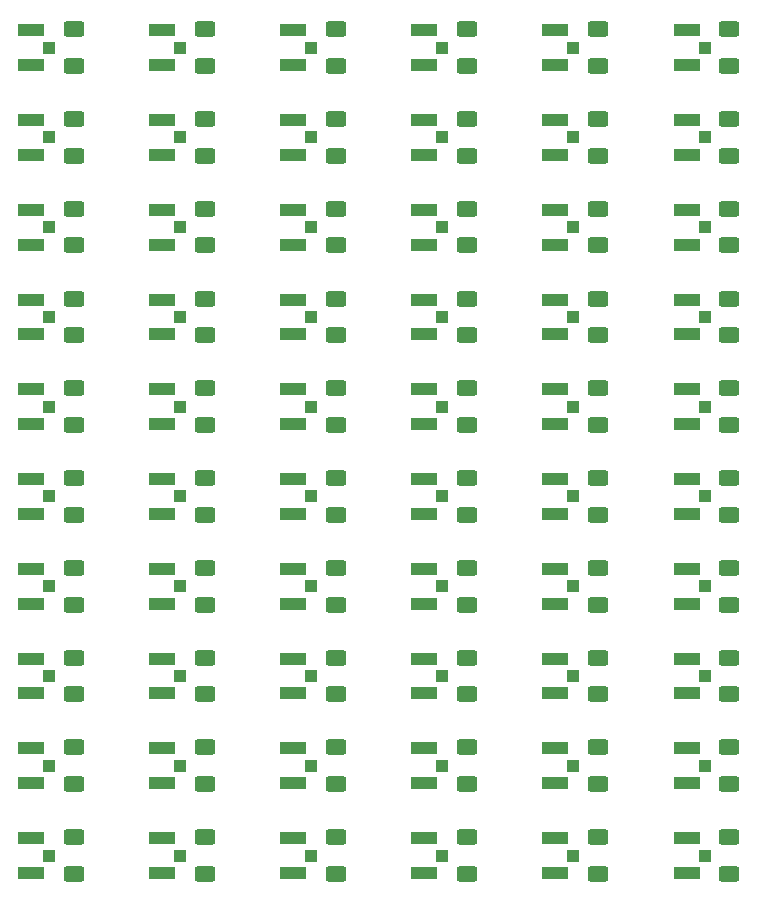
<source format=gbr>
%TF.GenerationSoftware,KiCad,Pcbnew,6.0.10-86aedd382b~118~ubuntu20.04.1*%
%TF.CreationDate,2023-01-07T17:55:22-08:00*%
%TF.ProjectId,coil_terminator_panelized,636f696c-5f74-4657-926d-696e61746f72,rev?*%
%TF.SameCoordinates,Original*%
%TF.FileFunction,Paste,Top*%
%TF.FilePolarity,Positive*%
%FSLAX46Y46*%
G04 Gerber Fmt 4.6, Leading zero omitted, Abs format (unit mm)*
G04 Created by KiCad (PCBNEW 6.0.10-86aedd382b~118~ubuntu20.04.1) date 2023-01-07 17:55:22*
%MOMM*%
%LPD*%
G01*
G04 APERTURE LIST*
G04 Aperture macros list*
%AMRoundRect*
0 Rectangle with rounded corners*
0 $1 Rounding radius*
0 $2 $3 $4 $5 $6 $7 $8 $9 X,Y pos of 4 corners*
0 Add a 4 corners polygon primitive as box body*
4,1,4,$2,$3,$4,$5,$6,$7,$8,$9,$2,$3,0*
0 Add four circle primitives for the rounded corners*
1,1,$1+$1,$2,$3*
1,1,$1+$1,$4,$5*
1,1,$1+$1,$6,$7*
1,1,$1+$1,$8,$9*
0 Add four rect primitives between the rounded corners*
20,1,$1+$1,$2,$3,$4,$5,0*
20,1,$1+$1,$4,$5,$6,$7,0*
20,1,$1+$1,$6,$7,$8,$9,0*
20,1,$1+$1,$8,$9,$2,$3,0*%
G04 Aperture macros list end*
%ADD10RoundRect,0.250000X-0.625000X0.400000X-0.625000X-0.400000X0.625000X-0.400000X0.625000X0.400000X0*%
%ADD11R,1.050000X1.000000*%
%ADD12R,2.200000X1.050000*%
G04 APERTURE END LIST*
D10*
%TO.C,R1*%
X113750000Y-109450000D03*
X113750000Y-112550000D03*
%TD*%
%TO.C,R1*%
X113750000Y-117050000D03*
X113750000Y-120150000D03*
%TD*%
%TO.C,R1*%
X113750000Y-124650000D03*
X113750000Y-127750000D03*
%TD*%
%TO.C,R1*%
X113750000Y-132250000D03*
X113750000Y-135350000D03*
%TD*%
%TO.C,R1*%
X113750000Y-139850000D03*
X113750000Y-142950000D03*
%TD*%
%TO.C,R1*%
X113750000Y-147450000D03*
X113750000Y-150550000D03*
%TD*%
%TO.C,R1*%
X113750000Y-155050000D03*
X113750000Y-158150000D03*
%TD*%
%TO.C,R1*%
X113750000Y-162650000D03*
X113750000Y-165750000D03*
%TD*%
%TO.C,R1*%
X113750000Y-170250000D03*
X113750000Y-173350000D03*
%TD*%
%TO.C,R1*%
X113750000Y-177850000D03*
X113750000Y-180950000D03*
%TD*%
%TO.C,R1*%
X124850000Y-109450000D03*
X124850000Y-112550000D03*
%TD*%
%TO.C,R1*%
X124850000Y-117050000D03*
X124850000Y-120150000D03*
%TD*%
%TO.C,R1*%
X124850000Y-124650000D03*
X124850000Y-127750000D03*
%TD*%
%TO.C,R1*%
X124850000Y-132250000D03*
X124850000Y-135350000D03*
%TD*%
%TO.C,R1*%
X124850000Y-139850000D03*
X124850000Y-142950000D03*
%TD*%
%TO.C,R1*%
X124850000Y-147450000D03*
X124850000Y-150550000D03*
%TD*%
%TO.C,R1*%
X124850000Y-155050000D03*
X124850000Y-158150000D03*
%TD*%
%TO.C,R1*%
X124850000Y-162650000D03*
X124850000Y-165750000D03*
%TD*%
%TO.C,R1*%
X124850000Y-170250000D03*
X124850000Y-173350000D03*
%TD*%
%TO.C,R1*%
X124850000Y-177850000D03*
X124850000Y-180950000D03*
%TD*%
%TO.C,R1*%
X135950000Y-109450000D03*
X135950000Y-112550000D03*
%TD*%
%TO.C,R1*%
X135950000Y-117050000D03*
X135950000Y-120150000D03*
%TD*%
%TO.C,R1*%
X135950000Y-124650000D03*
X135950000Y-127750000D03*
%TD*%
%TO.C,R1*%
X135950000Y-132250000D03*
X135950000Y-135350000D03*
%TD*%
%TO.C,R1*%
X135950000Y-139850000D03*
X135950000Y-142950000D03*
%TD*%
%TO.C,R1*%
X135950000Y-147450000D03*
X135950000Y-150550000D03*
%TD*%
%TO.C,R1*%
X135950000Y-155050000D03*
X135950000Y-158150000D03*
%TD*%
%TO.C,R1*%
X135950000Y-162650000D03*
X135950000Y-165750000D03*
%TD*%
%TO.C,R1*%
X135950000Y-170250000D03*
X135950000Y-173350000D03*
%TD*%
%TO.C,R1*%
X135950000Y-177850000D03*
X135950000Y-180950000D03*
%TD*%
%TO.C,R1*%
X147050000Y-109450000D03*
X147050000Y-112550000D03*
%TD*%
%TO.C,R1*%
X147050000Y-117050000D03*
X147050000Y-120150000D03*
%TD*%
%TO.C,R1*%
X147050000Y-124650000D03*
X147050000Y-127750000D03*
%TD*%
%TO.C,R1*%
X147050000Y-132250000D03*
X147050000Y-135350000D03*
%TD*%
%TO.C,R1*%
X147050000Y-139850000D03*
X147050000Y-142950000D03*
%TD*%
%TO.C,R1*%
X147050000Y-147450000D03*
X147050000Y-150550000D03*
%TD*%
%TO.C,R1*%
X147050000Y-155050000D03*
X147050000Y-158150000D03*
%TD*%
%TO.C,R1*%
X147050000Y-162650000D03*
X147050000Y-165750000D03*
%TD*%
%TO.C,R1*%
X147050000Y-170250000D03*
X147050000Y-173350000D03*
%TD*%
%TO.C,R1*%
X147050000Y-177850000D03*
X147050000Y-180950000D03*
%TD*%
%TO.C,R1*%
X158150000Y-109450000D03*
X158150000Y-112550000D03*
%TD*%
%TO.C,R1*%
X158150000Y-117050000D03*
X158150000Y-120150000D03*
%TD*%
%TO.C,R1*%
X158150000Y-124650000D03*
X158150000Y-127750000D03*
%TD*%
%TO.C,R1*%
X158150000Y-132250000D03*
X158150000Y-135350000D03*
%TD*%
%TO.C,R1*%
X158150000Y-139850000D03*
X158150000Y-142950000D03*
%TD*%
%TO.C,R1*%
X158150000Y-147450000D03*
X158150000Y-150550000D03*
%TD*%
%TO.C,R1*%
X158150000Y-155050000D03*
X158150000Y-158150000D03*
%TD*%
%TO.C,R1*%
X158150000Y-162650000D03*
X158150000Y-165750000D03*
%TD*%
%TO.C,R1*%
X158150000Y-170250000D03*
X158150000Y-173350000D03*
%TD*%
%TO.C,R1*%
X158150000Y-177850000D03*
X158150000Y-180950000D03*
%TD*%
%TO.C,R1*%
X169250000Y-109450000D03*
X169250000Y-112550000D03*
%TD*%
%TO.C,R1*%
X169250000Y-117050000D03*
X169250000Y-120150000D03*
%TD*%
%TO.C,R1*%
X169250000Y-124650000D03*
X169250000Y-127750000D03*
%TD*%
%TO.C,R1*%
X169250000Y-132250000D03*
X169250000Y-135350000D03*
%TD*%
%TO.C,R1*%
X169250000Y-139850000D03*
X169250000Y-142950000D03*
%TD*%
%TO.C,R1*%
X169250000Y-147450000D03*
X169250000Y-150550000D03*
%TD*%
%TO.C,R1*%
X169250000Y-155050000D03*
X169250000Y-158150000D03*
%TD*%
%TO.C,R1*%
X169250000Y-162650000D03*
X169250000Y-165750000D03*
%TD*%
%TO.C,R1*%
X169250000Y-170250000D03*
X169250000Y-173350000D03*
%TD*%
%TO.C,R1*%
X169250000Y-177850000D03*
X169250000Y-180950000D03*
%TD*%
D11*
%TO.C,J1*%
X111650000Y-111000000D03*
D12*
X110125000Y-112475000D03*
X110125000Y-109525000D03*
%TD*%
D11*
%TO.C,J1*%
X111650000Y-118600000D03*
D12*
X110125000Y-120075000D03*
X110125000Y-117125000D03*
%TD*%
D11*
%TO.C,J1*%
X111650000Y-126200000D03*
D12*
X110125000Y-127675000D03*
X110125000Y-124725000D03*
%TD*%
D11*
%TO.C,J1*%
X111650000Y-133800000D03*
D12*
X110125000Y-135275000D03*
X110125000Y-132325000D03*
%TD*%
D11*
%TO.C,J1*%
X111650000Y-141400000D03*
D12*
X110125000Y-142875000D03*
X110125000Y-139925000D03*
%TD*%
D11*
%TO.C,J1*%
X111650000Y-149000000D03*
D12*
X110125000Y-150475000D03*
X110125000Y-147525000D03*
%TD*%
D11*
%TO.C,J1*%
X111650000Y-156600000D03*
D12*
X110125000Y-158075000D03*
X110125000Y-155125000D03*
%TD*%
D11*
%TO.C,J1*%
X111650000Y-164200000D03*
D12*
X110125000Y-165675000D03*
X110125000Y-162725000D03*
%TD*%
D11*
%TO.C,J1*%
X111650000Y-171800000D03*
D12*
X110125000Y-173275000D03*
X110125000Y-170325000D03*
%TD*%
D11*
%TO.C,J1*%
X111650000Y-179400000D03*
D12*
X110125000Y-180875000D03*
X110125000Y-177925000D03*
%TD*%
D11*
%TO.C,J1*%
X122750000Y-111000000D03*
D12*
X121225000Y-112475000D03*
X121225000Y-109525000D03*
%TD*%
D11*
%TO.C,J1*%
X122750000Y-118600000D03*
D12*
X121225000Y-120075000D03*
X121225000Y-117125000D03*
%TD*%
D11*
%TO.C,J1*%
X122750000Y-126200000D03*
D12*
X121225000Y-127675000D03*
X121225000Y-124725000D03*
%TD*%
D11*
%TO.C,J1*%
X122750000Y-133800000D03*
D12*
X121225000Y-135275000D03*
X121225000Y-132325000D03*
%TD*%
D11*
%TO.C,J1*%
X122750000Y-141400000D03*
D12*
X121225000Y-142875000D03*
X121225000Y-139925000D03*
%TD*%
D11*
%TO.C,J1*%
X122750000Y-149000000D03*
D12*
X121225000Y-150475000D03*
X121225000Y-147525000D03*
%TD*%
D11*
%TO.C,J1*%
X122750000Y-156600000D03*
D12*
X121225000Y-158075000D03*
X121225000Y-155125000D03*
%TD*%
D11*
%TO.C,J1*%
X122750000Y-164200000D03*
D12*
X121225000Y-165675000D03*
X121225000Y-162725000D03*
%TD*%
D11*
%TO.C,J1*%
X122750000Y-171800000D03*
D12*
X121225000Y-173275000D03*
X121225000Y-170325000D03*
%TD*%
D11*
%TO.C,J1*%
X122750000Y-179400000D03*
D12*
X121225000Y-180875000D03*
X121225000Y-177925000D03*
%TD*%
D11*
%TO.C,J1*%
X133850000Y-111000000D03*
D12*
X132325000Y-112475000D03*
X132325000Y-109525000D03*
%TD*%
D11*
%TO.C,J1*%
X133850000Y-118600000D03*
D12*
X132325000Y-120075000D03*
X132325000Y-117125000D03*
%TD*%
D11*
%TO.C,J1*%
X133850000Y-126200000D03*
D12*
X132325000Y-127675000D03*
X132325000Y-124725000D03*
%TD*%
D11*
%TO.C,J1*%
X133850000Y-133800000D03*
D12*
X132325000Y-135275000D03*
X132325000Y-132325000D03*
%TD*%
D11*
%TO.C,J1*%
X133850000Y-141400000D03*
D12*
X132325000Y-142875000D03*
X132325000Y-139925000D03*
%TD*%
D11*
%TO.C,J1*%
X133850000Y-149000000D03*
D12*
X132325000Y-150475000D03*
X132325000Y-147525000D03*
%TD*%
D11*
%TO.C,J1*%
X133850000Y-156600000D03*
D12*
X132325000Y-158075000D03*
X132325000Y-155125000D03*
%TD*%
D11*
%TO.C,J1*%
X133850000Y-164200000D03*
D12*
X132325000Y-165675000D03*
X132325000Y-162725000D03*
%TD*%
D11*
%TO.C,J1*%
X133850000Y-171800000D03*
D12*
X132325000Y-173275000D03*
X132325000Y-170325000D03*
%TD*%
D11*
%TO.C,J1*%
X133850000Y-179400000D03*
D12*
X132325000Y-180875000D03*
X132325000Y-177925000D03*
%TD*%
D11*
%TO.C,J1*%
X144950000Y-111000000D03*
D12*
X143425000Y-112475000D03*
X143425000Y-109525000D03*
%TD*%
D11*
%TO.C,J1*%
X144950000Y-118600000D03*
D12*
X143425000Y-120075000D03*
X143425000Y-117125000D03*
%TD*%
D11*
%TO.C,J1*%
X144950000Y-126200000D03*
D12*
X143425000Y-127675000D03*
X143425000Y-124725000D03*
%TD*%
D11*
%TO.C,J1*%
X144950000Y-133800000D03*
D12*
X143425000Y-135275000D03*
X143425000Y-132325000D03*
%TD*%
D11*
%TO.C,J1*%
X144950000Y-141400000D03*
D12*
X143425000Y-142875000D03*
X143425000Y-139925000D03*
%TD*%
D11*
%TO.C,J1*%
X144950000Y-149000000D03*
D12*
X143425000Y-150475000D03*
X143425000Y-147525000D03*
%TD*%
D11*
%TO.C,J1*%
X144950000Y-156600000D03*
D12*
X143425000Y-158075000D03*
X143425000Y-155125000D03*
%TD*%
D11*
%TO.C,J1*%
X144950000Y-164200000D03*
D12*
X143425000Y-165675000D03*
X143425000Y-162725000D03*
%TD*%
D11*
%TO.C,J1*%
X144950000Y-171800000D03*
D12*
X143425000Y-173275000D03*
X143425000Y-170325000D03*
%TD*%
D11*
%TO.C,J1*%
X144950000Y-179400000D03*
D12*
X143425000Y-180875000D03*
X143425000Y-177925000D03*
%TD*%
D11*
%TO.C,J1*%
X156050000Y-111000000D03*
D12*
X154525000Y-112475000D03*
X154525000Y-109525000D03*
%TD*%
D11*
%TO.C,J1*%
X156050000Y-118600000D03*
D12*
X154525000Y-120075000D03*
X154525000Y-117125000D03*
%TD*%
D11*
%TO.C,J1*%
X156050000Y-126200000D03*
D12*
X154525000Y-127675000D03*
X154525000Y-124725000D03*
%TD*%
D11*
%TO.C,J1*%
X156050000Y-133800000D03*
D12*
X154525000Y-135275000D03*
X154525000Y-132325000D03*
%TD*%
D11*
%TO.C,J1*%
X156050000Y-141400000D03*
D12*
X154525000Y-142875000D03*
X154525000Y-139925000D03*
%TD*%
D11*
%TO.C,J1*%
X156050000Y-149000000D03*
D12*
X154525000Y-150475000D03*
X154525000Y-147525000D03*
%TD*%
D11*
%TO.C,J1*%
X156050000Y-156600000D03*
D12*
X154525000Y-158075000D03*
X154525000Y-155125000D03*
%TD*%
D11*
%TO.C,J1*%
X156050000Y-164200000D03*
D12*
X154525000Y-165675000D03*
X154525000Y-162725000D03*
%TD*%
D11*
%TO.C,J1*%
X156050000Y-171800000D03*
D12*
X154525000Y-173275000D03*
X154525000Y-170325000D03*
%TD*%
D11*
%TO.C,J1*%
X156050000Y-179400000D03*
D12*
X154525000Y-180875000D03*
X154525000Y-177925000D03*
%TD*%
D11*
%TO.C,J1*%
X167150000Y-111000000D03*
D12*
X165625000Y-112475000D03*
X165625000Y-109525000D03*
%TD*%
D11*
%TO.C,J1*%
X167150000Y-118600000D03*
D12*
X165625000Y-120075000D03*
X165625000Y-117125000D03*
%TD*%
D11*
%TO.C,J1*%
X167150000Y-126200000D03*
D12*
X165625000Y-127675000D03*
X165625000Y-124725000D03*
%TD*%
D11*
%TO.C,J1*%
X167150000Y-133800000D03*
D12*
X165625000Y-135275000D03*
X165625000Y-132325000D03*
%TD*%
D11*
%TO.C,J1*%
X167150000Y-141400000D03*
D12*
X165625000Y-142875000D03*
X165625000Y-139925000D03*
%TD*%
D11*
%TO.C,J1*%
X167150000Y-149000000D03*
D12*
X165625000Y-150475000D03*
X165625000Y-147525000D03*
%TD*%
D11*
%TO.C,J1*%
X167150000Y-156600000D03*
D12*
X165625000Y-158075000D03*
X165625000Y-155125000D03*
%TD*%
D11*
%TO.C,J1*%
X167150000Y-164200000D03*
D12*
X165625000Y-165675000D03*
X165625000Y-162725000D03*
%TD*%
D11*
%TO.C,J1*%
X167150000Y-171800000D03*
D12*
X165625000Y-173275000D03*
X165625000Y-170325000D03*
%TD*%
D11*
%TO.C,J1*%
X167150000Y-179400000D03*
D12*
X165625000Y-180875000D03*
X165625000Y-177925000D03*
%TD*%
M02*

</source>
